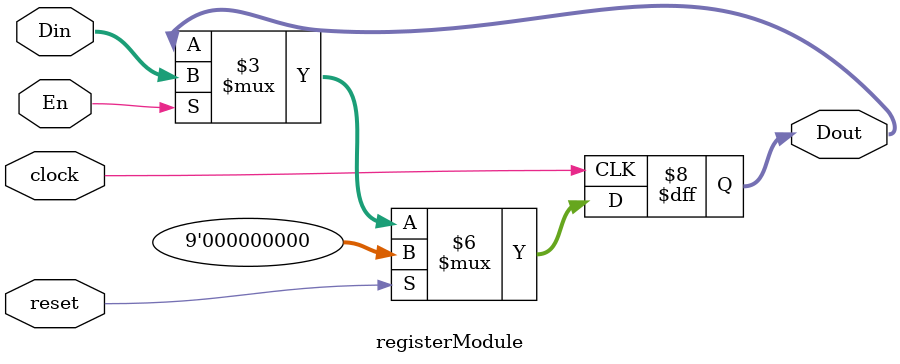
<source format=v>
`timescale 1ns / 1ps

//Arbitrary comment - Noah
module RegisterFile(input wire reset,
 input wire clock, 
 input wire write_en, 
 input wire [2:0]op_index, //first register
 input wire [2:0]write_index, //destination register 
 input wire [8:0]write_data, 
 output wire [8:0]op0, //instruction operand 1
 output wire [8:0]op1); //instruction operand 2

 wire [8:0] r1_out, r2_out, r3_out, r4_out, r5_out, r6_out, r7_out, r8_out;

//General purpose
registerModule X(reset, clock, write_index, write_data, r1_out);
registerModule Y(reset, clock, write_index, write_data, r2_out);
registerModule M(reset, clock, write_index, write_data, r3_out);
registerModule A(reset, clock, write_index, write_data, r4_out);
registerModule B(reset, clock, write_index, write_data, r5_out);
registerModule C(reset, clock, write_index, write_data, r6_out);

//Z register
registerModule Z(reset, clock, write_index, 9'b000000000, r7_out);

//J register
registerModule J(reset, clock, write_index, r8_out);


RegisterMux m1(op_index0, r1_out, r2_out, r3_out, r4_out, r5_out, r6_out, r7_out, r8_out, op0);
RegisterMux m2(op_index1, r1_out, r2_out, r3_out, r4_out, r5_out, r6_out, r7_out, r8_out, op1);

endmodule

module registerModule(input reset, input clock, input wire En, input wire [8:0]Din, output reg [8:0]Dout);
    
    always @ (posedge clock) begin 
        if (reset)
            Dout <= 9'b000000000;
         
        else if (En == 1'b1 ) 
           Dout <= Din;
        end
    
endmodule

</source>
